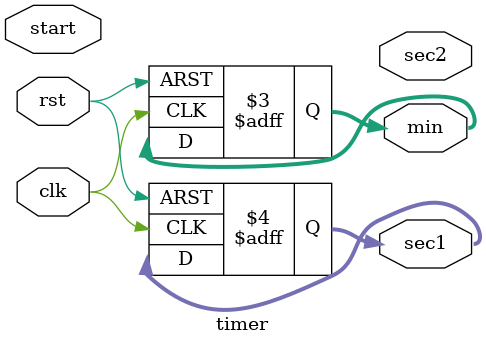
<source format=v>
module timer(
    input clk,
    input rst,
    input start,
    output reg [3:0] min,
    output reg [3:0] sec1, // 秒鐘的十位數
    output reg [3:0] sec2, // 秒鐘的個位數
);

always @(posedge clk, negedge rst)
begin
    if(!rst)
    begin
        min <= 4'd2;
        sec1 <= 0;
        sec <= 0;
    end
    else
    begin
        
    end
end

endmodule


</source>
